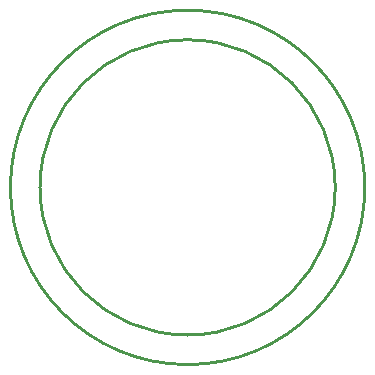
<source format=gm1>
G04*
G04 #@! TF.GenerationSoftware,Altium Limited,Altium Designer,22.0.2 (36)*
G04*
G04 Layer_Color=16711935*
%FSLAX25Y25*%
%MOIN*%
G70*
G04*
G04 #@! TF.SameCoordinates,DACE3E57-A7DC-43A8-8EF6-323BCD50BCA6*
G04*
G04*
G04 #@! TF.FilePolarity,Positive*
G04*
G01*
G75*
%ADD11C,0.01000*%
D11*
X49213Y0D02*
G03*
X49213Y0I-49213J0D01*
G01*
X59055D02*
G03*
X59055Y0I-59055J0D01*
G01*
M02*

</source>
